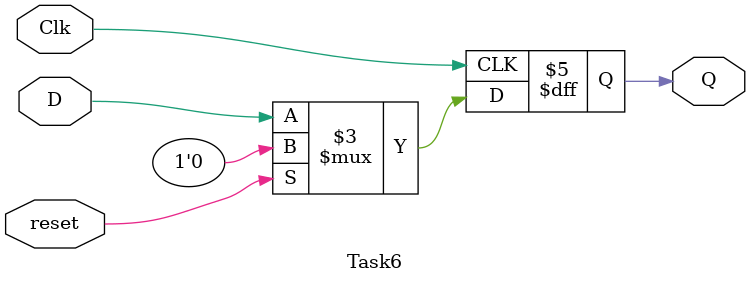
<source format=v>
`timescale 1ns / 1ps


module Task6(
    input D, 
    input Clk, 
    input reset, 
    output reg Q
    );
    
    always @(posedge Clk) 
    if (reset
    )begin
    Q <= 1'b0;
    end else
     begin
     Q <= D;
     end 
endmodule

</source>
